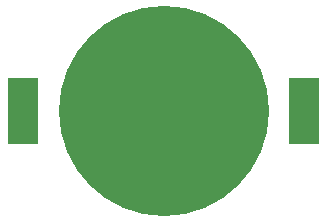
<source format=gbr>
%TF.GenerationSoftware,KiCad,Pcbnew,(6.0.7)*%
%TF.CreationDate,2022-10-10T10:06:43-04:00*%
%TF.ProjectId,proj_6,70726f6a-5f36-42e6-9b69-6361645f7063,rev?*%
%TF.SameCoordinates,Original*%
%TF.FileFunction,Soldermask,Bot*%
%TF.FilePolarity,Negative*%
%FSLAX46Y46*%
G04 Gerber Fmt 4.6, Leading zero omitted, Abs format (unit mm)*
G04 Created by KiCad (PCBNEW (6.0.7)) date 2022-10-10 10:06:43*
%MOMM*%
%LPD*%
G01*
G04 APERTURE LIST*
%ADD10R,2.600000X5.560000*%
%ADD11C,17.800000*%
G04 APERTURE END LIST*
D10*
%TO.C,BT1*%
X157701000Y-79248000D03*
X133891000Y-79248000D03*
D11*
X145796000Y-79248000D03*
%TD*%
M02*

</source>
